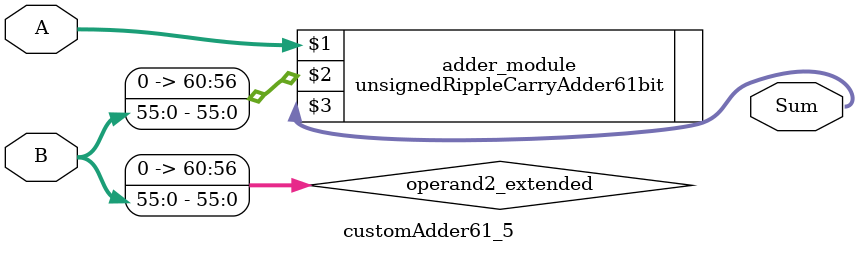
<source format=v>
module customAdder61_5(
                        input [60 : 0] A,
                        input [55 : 0] B,
                        
                        output [61 : 0] Sum
                );

        wire [60 : 0] operand2_extended;
        
        assign operand2_extended =  {5'b0, B};
        
        unsignedRippleCarryAdder61bit adder_module(
            A,
            operand2_extended,
            Sum
        );
        
        endmodule
        
</source>
